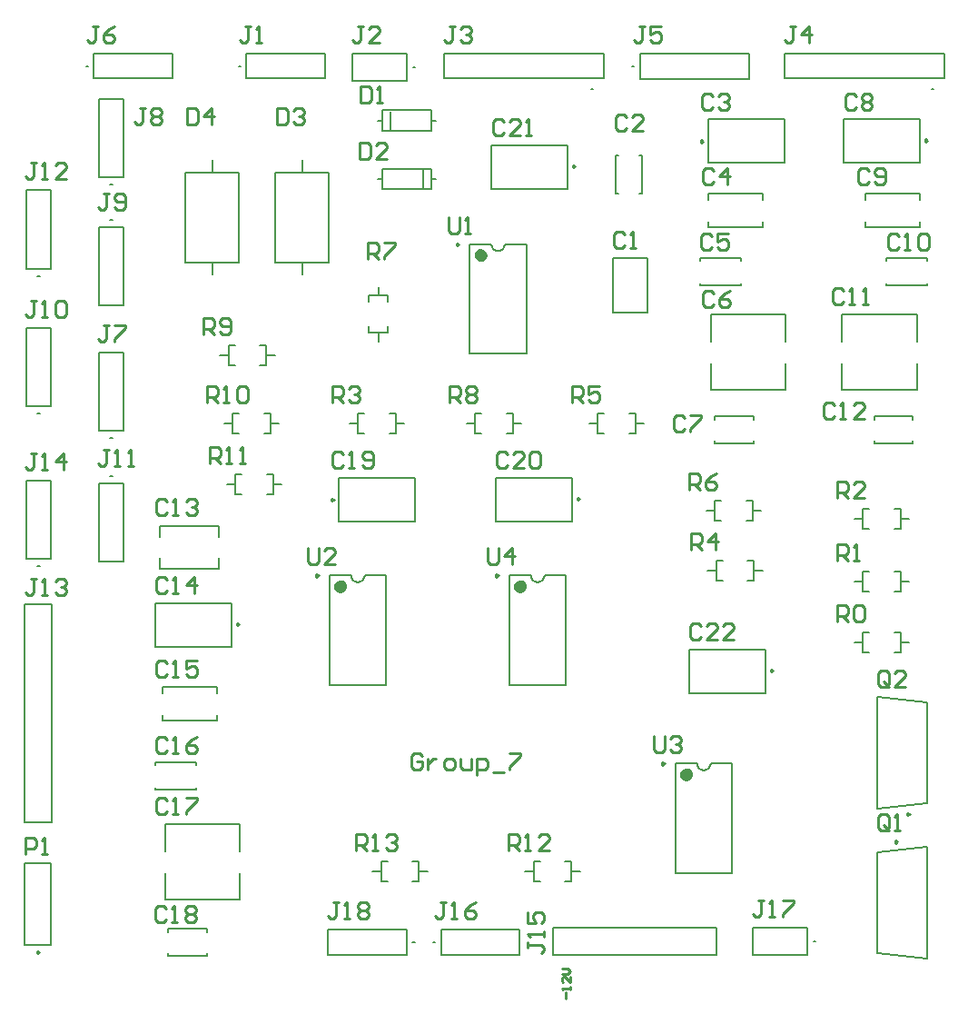
<source format=gto>
G04*
G04 #@! TF.GenerationSoftware,Altium Limited,Altium Designer,22.4.2 (48)*
G04*
G04 Layer_Color=65535*
%FSLAX25Y25*%
%MOIN*%
G70*
G04*
G04 #@! TF.SameCoordinates,BAC31E3D-66FD-4EC8-AF34-655C25E5E96E*
G04*
G04*
G04 #@! TF.FilePolarity,Positive*
G04*
G01*
G75*
%ADD10C,0.00984*%
%ADD11C,0.00787*%
%ADD12C,0.02362*%
%ADD13C,0.00500*%
%ADD14C,0.01000*%
D10*
X343492Y130441D02*
X342754Y130867D01*
Y130015D01*
X343492Y130441D01*
X669618Y428156D02*
X668880Y428582D01*
Y427729D01*
X669618Y428156D01*
X587181Y427844D02*
X586443Y428271D01*
Y427418D01*
X587181Y427844D01*
X445992Y268618D02*
X445254Y269044D01*
Y268192D01*
X445992Y268618D01*
X511992D02*
X511254Y269044D01*
Y268192D01*
X511992Y268618D01*
X540303Y418655D02*
X539565Y419082D01*
Y418229D01*
X540303Y418655D01*
X497492Y390118D02*
X496754Y390544D01*
Y389692D01*
X497492Y390118D01*
X541803Y296656D02*
X541065Y297082D01*
Y296229D01*
X541803Y296656D01*
X451681Y296344D02*
X450943Y296771D01*
Y295918D01*
X451681Y296344D01*
X416799Y250656D02*
X416061Y251082D01*
Y250229D01*
X416799Y250656D01*
X658496Y170941D02*
X657758Y171367D01*
Y170515D01*
X658496Y170941D01*
X612803Y233656D02*
X612065Y234082D01*
Y233229D01*
X612803Y233656D01*
X663024Y181020D02*
X662285Y181446D01*
Y180594D01*
X663024Y181020D01*
X572992Y199618D02*
X572254Y200044D01*
Y199192D01*
X572992Y199618D01*
D11*
X370394Y412039D02*
X369606D01*
X370394D01*
X361433Y455500D02*
X360646D01*
X361433D01*
X458000Y268579D02*
X458190Y267622D01*
X458732Y266811D01*
X459543Y266269D01*
X460500Y266079D01*
X461457Y266269D01*
X462268Y266811D01*
X462810Y267622D01*
X463000Y268579D01*
X524000D02*
X524190Y267622D01*
X524732Y266811D01*
X525543Y266269D01*
X526500Y266079D01*
X527457Y266269D01*
X528268Y266811D01*
X528810Y267622D01*
X529000Y268579D01*
X417433Y455500D02*
X416646D01*
X417433D01*
X481453Y455098D02*
X480665D01*
X481453D01*
X546894Y446965D02*
X546106D01*
X546894D01*
X561835Y455374D02*
X561047D01*
X561835D01*
X671894Y446965D02*
X671106D01*
X671894D01*
X370394Y319039D02*
X369606D01*
X370394D01*
X343681Y328039D02*
X342894D01*
X343681D01*
X370394Y398961D02*
X369606D01*
X370394D01*
Y304961D02*
X369606D01*
X370394D01*
X343681Y378539D02*
X342894D01*
X343681D01*
Y272039D02*
X342894D01*
X343681D01*
X488933Y133972D02*
X488146D01*
X488933D01*
X628453Y134374D02*
X627665D01*
X628453D01*
X481354Y133973D02*
X480567D01*
X481354D01*
X509500Y390079D02*
X509690Y389122D01*
X510232Y388311D01*
X511043Y387769D01*
X512000Y387579D01*
X512957Y387769D01*
X513768Y388311D01*
X514310Y389122D01*
X514500Y390079D01*
X585000Y199579D02*
X585190Y198622D01*
X585732Y197811D01*
X586543Y197269D01*
X587500Y197079D01*
X588457Y197269D01*
X589268Y197811D01*
X589810Y198622D01*
X590000Y199579D01*
X338098Y163000D02*
X347902D01*
X338098Y133000D02*
X347902D01*
Y163000D01*
X338098Y133000D02*
Y163000D01*
X532171Y129301D02*
Y139301D01*
X592171Y129301D02*
Y139301D01*
X532171Y129301D02*
X592171D01*
X532171Y139301D02*
X592171D01*
X338000Y178000D02*
X348000D01*
X338000D02*
Y258000D01*
X348000D01*
Y178000D02*
Y258000D01*
X397059Y383465D02*
Y416535D01*
Y383465D02*
X416941D01*
Y416535D01*
X397059D02*
X416941D01*
X407000Y379055D02*
Y383465D01*
Y416535D02*
Y420945D01*
X401059Y190000D02*
Y190866D01*
X386059Y190000D02*
Y190866D01*
Y199134D02*
Y200000D01*
X401059Y199134D02*
Y200000D01*
X386059Y190000D02*
X401059D01*
X386059Y200000D02*
X401059D01*
X405087Y129079D02*
Y130161D01*
Y137839D02*
Y138921D01*
X390913D02*
X405087D01*
X390913Y129079D02*
Y130161D01*
Y137839D02*
Y138921D01*
Y129079D02*
X405087D01*
X487476Y435500D02*
X489051D01*
X467949D02*
X469524D01*
X472594Y432134D02*
Y438866D01*
X469524Y431740D02*
Y439260D01*
Y431740D02*
X487476D01*
Y439260D01*
X469524D02*
X487476D01*
X591610Y325839D02*
Y326921D01*
Y317079D02*
Y318161D01*
Y317079D02*
X605783D01*
Y325839D02*
Y326921D01*
Y317079D02*
Y318161D01*
X591610Y326921D02*
X605783D01*
X664205Y317079D02*
Y318161D01*
Y325839D02*
Y326921D01*
X650032D02*
X664205D01*
X650032Y317079D02*
Y318161D01*
Y325839D02*
Y326921D01*
Y317079D02*
X664205D01*
X590035Y354535D02*
Y364280D01*
Y336720D02*
Y346465D01*
Y336720D02*
X617595D01*
Y354535D02*
Y364280D01*
Y336720D02*
Y346465D01*
X590035Y364280D02*
X617595D01*
X669559Y375000D02*
Y375866D01*
X654559Y375000D02*
Y375866D01*
Y384134D02*
Y385000D01*
X669559Y384134D02*
Y385000D01*
X654559Y375000D02*
X669559D01*
X654559Y385000D02*
X669559D01*
X589051Y406535D02*
Y408760D01*
Y396240D02*
Y398465D01*
Y396240D02*
X609051D01*
Y406535D02*
Y408760D01*
Y396240D02*
Y398465D01*
X589051Y408760D02*
X609051D01*
X586256Y384134D02*
Y385000D01*
X601256Y384134D02*
Y385000D01*
Y375000D02*
Y375866D01*
X586256Y375000D02*
Y375866D01*
Y385000D02*
X601256D01*
X586256Y375000D02*
X601256D01*
X666764Y396240D02*
Y398465D01*
Y406535D02*
Y408760D01*
X646764D02*
X666764D01*
X646764Y396240D02*
Y398465D01*
Y406535D02*
Y408760D01*
Y396240D02*
X666764D01*
X638819Y419988D02*
X666811D01*
X638819Y436012D02*
X666811D01*
Y419988D02*
Y436012D01*
X638819Y419988D02*
Y436012D01*
X665780Y336720D02*
Y346465D01*
Y354535D02*
Y364280D01*
X638220D02*
X665780D01*
X638220Y336720D02*
Y346465D01*
Y354535D02*
Y364280D01*
Y336720D02*
X665780D01*
X589004Y436012D02*
X616996D01*
X589004Y419988D02*
X616996D01*
X589004D02*
Y436012D01*
X616996Y419988D02*
Y436012D01*
X450067Y228421D02*
Y268579D01*
X470933Y228421D02*
Y268579D01*
X450067D02*
X458000D01*
X463000D02*
X470933D01*
X450067Y228421D02*
X470933D01*
X516067D02*
Y268579D01*
X536933Y228421D02*
Y268579D01*
X516067D02*
X524000D01*
X529000D02*
X536933D01*
X516067Y228421D02*
X536933D01*
X409327Y271126D02*
Y275161D01*
Y282839D02*
Y286874D01*
X387673D02*
X409327D01*
X387673Y271126D02*
Y275161D01*
Y282839D02*
Y286874D01*
Y271126D02*
X409327D01*
X467949Y414000D02*
X469524D01*
X487476D02*
X489051D01*
X484406Y410634D02*
Y417366D01*
X487476Y410240D02*
Y417760D01*
X469524D02*
X487476D01*
X469524Y410240D02*
Y417760D01*
Y410240D02*
X487476D01*
X554250Y385000D02*
X566750D01*
X554250Y365000D02*
Y385000D01*
Y365000D02*
X566750D01*
Y385000D01*
X509504Y410488D02*
X537496D01*
X509504Y426512D02*
X537496D01*
Y410488D02*
Y426512D01*
X509504Y410488D02*
Y426512D01*
X563839Y422744D02*
X564921D01*
X555079D02*
X556161D01*
X555079Y408571D02*
Y422744D01*
X563839Y408571D02*
X564921D01*
X555079D02*
X556161D01*
X564921D02*
Y422744D01*
X501567Y349921D02*
Y390079D01*
X522433Y349921D02*
Y390079D01*
X501567D02*
X509500D01*
X514500D02*
X522433D01*
X501567Y349921D02*
X522433D01*
X440000Y379055D02*
Y383465D01*
Y416535D02*
Y420945D01*
X430059Y383465D02*
X449941D01*
X430059D02*
Y416535D01*
X449941D01*
Y383465D02*
Y416535D01*
X511004Y288488D02*
X538996D01*
X511004Y304512D02*
X538996D01*
Y288488D02*
Y304512D01*
X511004Y288488D02*
Y304512D01*
X453504D02*
X481496D01*
X453504Y288488D02*
X481496D01*
X453504D02*
Y304512D01*
X481496Y288488D02*
Y304512D01*
X386000Y242488D02*
X413992D01*
X386000Y258512D02*
X413992D01*
Y242488D02*
Y258512D01*
X386000Y242488D02*
Y258512D01*
X408854Y215240D02*
Y217465D01*
Y225535D02*
Y227760D01*
X388854D02*
X408854D01*
X388854Y215240D02*
Y217465D01*
Y225535D02*
Y227760D01*
Y215240D02*
X408854D01*
X417279Y149720D02*
Y159465D01*
Y167535D02*
Y177280D01*
X389720D02*
X417279D01*
X389720Y149720D02*
Y159465D01*
Y167535D02*
Y177280D01*
Y149720D02*
X417279D01*
X651213Y129996D02*
Y167004D01*
Y129996D02*
X669323Y128028D01*
X651213Y167004D02*
X669323Y168972D01*
Y128028D02*
Y168972D01*
X582004Y225488D02*
X609996D01*
X582004Y241512D02*
X609996D01*
Y225488D02*
Y241512D01*
X582004Y225488D02*
Y241512D01*
X669323Y184957D02*
Y221965D01*
X651213Y223933D02*
X669323Y221965D01*
X651213Y182988D02*
X669323Y184957D01*
X651213Y182988D02*
Y223933D01*
X577067Y159421D02*
Y199579D01*
X597933Y159421D02*
Y199579D01*
X577067D02*
X585000D01*
X590000D02*
X597933D01*
X577067Y159421D02*
X597933D01*
D12*
X455185Y264642D02*
X454740Y265565D01*
X453741Y265793D01*
X452940Y265154D01*
Y264129D01*
X453741Y263490D01*
X454740Y263718D01*
X455185Y264642D01*
X521185D02*
X520740Y265565D01*
X519741Y265793D01*
X518940Y265154D01*
Y264129D01*
X519741Y263490D01*
X520740Y263718D01*
X521185Y264642D01*
X506685Y386142D02*
X506240Y387065D01*
X505241Y387293D01*
X504440Y386654D01*
Y385629D01*
X505241Y384990D01*
X506240Y385218D01*
X506685Y386142D01*
X582185Y195642D02*
X581740Y196565D01*
X580741Y196793D01*
X579940Y196154D01*
Y195129D01*
X580741Y194490D01*
X581740Y194718D01*
X582185Y195642D01*
D13*
X374598Y414598D02*
Y443402D01*
X365402Y414598D02*
Y443402D01*
X374598D01*
X365402Y414598D02*
X374598D01*
X363598Y450902D02*
X392402D01*
X363598Y460098D02*
X392402D01*
Y450902D02*
Y460098D01*
X363598Y450902D02*
Y460098D01*
X419598Y450902D02*
X448402D01*
X419598Y460098D02*
X448402D01*
Y450902D02*
Y460098D01*
X419598Y450902D02*
Y460098D01*
X478500Y450098D02*
Y460098D01*
X458500Y450098D02*
Y460098D01*
Y450098D02*
X478500D01*
X458500Y460098D02*
X478500D01*
X550701Y450902D02*
Y460098D01*
X492299Y450902D02*
X550701D01*
X492299D02*
Y460098D01*
X550701D01*
X564000Y450650D02*
Y460098D01*
X604000Y450650D02*
Y460098D01*
X564000D02*
X604000D01*
X564000Y450650D02*
X604000D01*
X675701Y450902D02*
Y460098D01*
X617299Y450902D02*
X675701D01*
X617299D02*
Y460098D01*
X675701D01*
X645878Y247642D02*
X648161D01*
X645878Y244000D02*
Y247642D01*
Y240358D02*
Y244000D01*
Y240358D02*
X648161D01*
X642728Y244000D02*
X645878D01*
X659657D02*
Y247642D01*
Y240358D02*
Y244000D01*
X657374Y247642D02*
X659657D01*
X657374Y240358D02*
X659657D01*
Y244000D02*
X662807D01*
X645878Y270142D02*
X648161D01*
X645878Y266500D02*
Y270142D01*
Y262858D02*
Y266500D01*
Y262858D02*
X648161D01*
X642728Y266500D02*
X645878D01*
X659657D02*
Y270142D01*
Y262858D02*
Y266500D01*
X657374Y270142D02*
X659657D01*
X657374Y262858D02*
X659657D01*
Y266500D02*
X662807D01*
X657374Y285858D02*
X659657D01*
Y289500D01*
Y293142D01*
X657374D02*
X659657D01*
Y289500D02*
X662807D01*
X645878Y285858D02*
Y289500D01*
Y293142D01*
Y285858D02*
X648161D01*
X645878Y293142D02*
X648161D01*
X642728Y289500D02*
X645878D01*
X460610Y328142D02*
X462894D01*
X460610Y324500D02*
Y328142D01*
Y320858D02*
Y324500D01*
Y320858D02*
X462894D01*
X457461Y324500D02*
X460610D01*
X474390D02*
Y328142D01*
Y320858D02*
Y324500D01*
X472106Y328142D02*
X474390D01*
X472106Y320858D02*
X474390D01*
Y324500D02*
X477539D01*
X592110Y274142D02*
X594394D01*
X592110Y270500D02*
Y274142D01*
Y266858D02*
Y270500D01*
Y266858D02*
X594394D01*
X588961Y270500D02*
X592110D01*
X605890D02*
Y274142D01*
Y266858D02*
Y270500D01*
X603606Y274142D02*
X605890D01*
X603606Y266858D02*
X605890D01*
Y270500D02*
X609039D01*
X560106Y320858D02*
X562390D01*
Y324500D01*
Y328142D01*
X560106D02*
X562390D01*
Y324500D02*
X565539D01*
X548610Y320858D02*
Y324500D01*
Y328142D01*
Y320858D02*
X550894D01*
X548610Y328142D02*
X550894D01*
X545461Y324500D02*
X548610D01*
X603106Y288858D02*
X605390D01*
Y292500D01*
Y296142D01*
X603106D02*
X605390D01*
Y292500D02*
X608539D01*
X591610Y288858D02*
Y292500D01*
Y296142D01*
Y288858D02*
X593894D01*
X591610Y296142D02*
X593894D01*
X588461Y292500D02*
X591610D01*
X471642Y369106D02*
Y371390D01*
X468000D02*
X471642D01*
X464358D02*
X468000D01*
X464358Y369106D02*
Y371390D01*
X468000D02*
Y374539D01*
Y357610D02*
X471642D01*
X464358D02*
X468000D01*
X471642D02*
Y359894D01*
X464358Y357610D02*
Y359894D01*
X468000Y354461D02*
Y357610D01*
X374598Y321598D02*
Y350402D01*
X365402Y321598D02*
Y350402D01*
X374598D01*
X365402Y321598D02*
X374598D01*
X515106Y320858D02*
X517390D01*
Y324500D01*
Y328142D01*
X515106D02*
X517390D01*
Y324500D02*
X520539D01*
X503610Y320858D02*
Y324500D01*
Y328142D01*
Y320858D02*
X505894D01*
X503610Y328142D02*
X505894D01*
X500461Y324500D02*
X503610D01*
X424606Y345858D02*
X426890D01*
Y349500D01*
Y353142D01*
X424606D02*
X426890D01*
Y349500D02*
X430039D01*
X413110Y345858D02*
Y349500D01*
Y353142D01*
Y345858D02*
X415394D01*
X413110Y353142D02*
X415394D01*
X409961Y349500D02*
X413110D01*
X347886Y330598D02*
Y359402D01*
X338689Y330598D02*
Y359402D01*
X347886D01*
X338689Y330598D02*
X347886D01*
X365402Y367598D02*
Y396402D01*
X374598Y367598D02*
Y396402D01*
X365402Y367598D02*
X374598D01*
X365402Y396402D02*
X374598D01*
X365402Y273598D02*
Y302402D01*
X374598Y273598D02*
Y302402D01*
X365402Y273598D02*
X374598D01*
X365402Y302402D02*
X374598D01*
X426106Y320858D02*
X428390D01*
Y324500D01*
Y328142D01*
X426106D02*
X428390D01*
Y324500D02*
X431539D01*
X414610Y320858D02*
Y324500D01*
Y328142D01*
Y320858D02*
X416894D01*
X414610Y328142D02*
X416894D01*
X411461Y324500D02*
X414610D01*
X415610Y305642D02*
X417894D01*
X415610Y302000D02*
Y305642D01*
Y298358D02*
Y302000D01*
Y298358D02*
X417894D01*
X412461Y302000D02*
X415610D01*
X429390D02*
Y305642D01*
Y298358D02*
Y302000D01*
X427106Y305642D02*
X429390D01*
X427106Y298358D02*
X429390D01*
Y302000D02*
X432539D01*
X347886Y381098D02*
Y409902D01*
X338689Y381098D02*
Y409902D01*
X347886D01*
X338689Y381098D02*
X347886D01*
Y274598D02*
Y303402D01*
X338689Y274598D02*
Y303402D01*
X347886D01*
X338689Y274598D02*
X347886D01*
X491098Y129374D02*
X519902D01*
X491098Y138571D02*
X519902D01*
Y129374D02*
Y138571D01*
X491098Y129374D02*
Y138571D01*
X536606Y156358D02*
X538890D01*
Y160000D01*
Y163642D01*
X536606D02*
X538890D01*
Y160000D02*
X542039D01*
X525110Y156358D02*
Y160000D01*
Y163642D01*
Y156358D02*
X527394D01*
X525110Y163642D02*
X527394D01*
X521961Y160000D02*
X525110D01*
X625500Y129374D02*
Y139374D01*
X605500Y129374D02*
Y139374D01*
Y129374D02*
X625500D01*
X605500Y139374D02*
X625500D01*
X480606Y156358D02*
X482890D01*
Y160000D01*
Y163642D01*
X480606D02*
X482890D01*
Y160000D02*
X486039D01*
X469110Y156358D02*
Y160000D01*
Y163642D01*
Y156358D02*
X471394D01*
X469110Y163642D02*
X471394D01*
X465961Y160000D02*
X469110D01*
X449598Y138571D02*
X478402D01*
X449598Y129374D02*
X478402D01*
X449598D02*
Y138571D01*
X478402Y129374D02*
Y138571D01*
D14*
X536926Y113500D02*
Y115599D01*
X538500Y116649D02*
Y117698D01*
Y117173D01*
X535351D01*
X535876Y116649D01*
X538500Y121371D02*
Y119272D01*
X536401Y121371D01*
X535876D01*
X535351Y120847D01*
Y119797D01*
X535876Y119272D01*
X535351Y122421D02*
X537451D01*
X538500Y123470D01*
X537451Y124520D01*
X535351D01*
X483999Y202498D02*
X482999Y203497D01*
X481000D01*
X480000Y202498D01*
Y198499D01*
X481000Y197499D01*
X482999D01*
X483999Y198499D01*
Y200498D01*
X481999D01*
X485998Y201498D02*
Y197499D01*
Y199499D01*
X486998Y200498D01*
X487997Y201498D01*
X488997D01*
X492996Y197499D02*
X494995D01*
X495995Y198499D01*
Y200498D01*
X494995Y201498D01*
X492996D01*
X491996Y200498D01*
Y198499D01*
X492996Y197499D01*
X497994Y201498D02*
Y198499D01*
X498994Y197499D01*
X501993D01*
Y201498D01*
X503992Y195500D02*
Y201498D01*
X506991D01*
X507991Y200498D01*
Y198499D01*
X506991Y197499D01*
X503992D01*
X509990Y196500D02*
X513989D01*
X515988Y203497D02*
X519987D01*
Y202498D01*
X515988Y198499D01*
Y197499D01*
X522823Y133950D02*
Y131950D01*
Y132950D01*
X527822D01*
X528821Y131950D01*
Y130951D01*
X527822Y129951D01*
X528821Y135949D02*
Y137949D01*
Y136949D01*
X522823D01*
X523823Y135949D01*
X522823Y144946D02*
Y140947D01*
X525822D01*
X524823Y142947D01*
Y143947D01*
X525822Y144946D01*
X527822D01*
X528821Y143947D01*
Y141947D01*
X527822Y140947D01*
X459700Y167700D02*
Y173698D01*
X462699D01*
X463699Y172698D01*
Y170699D01*
X462699Y169699D01*
X459700D01*
X461699D02*
X463699Y167700D01*
X465698D02*
X467697D01*
X466698D01*
Y173698D01*
X465698Y172698D01*
X470696D02*
X471696Y173698D01*
X473696D01*
X474695Y172698D01*
Y171699D01*
X473696Y170699D01*
X472696D01*
X473696D01*
X474695Y169699D01*
Y168700D01*
X473696Y167700D01*
X471696D01*
X470696Y168700D01*
X515700Y167700D02*
Y173698D01*
X518699D01*
X519699Y172698D01*
Y170699D01*
X518699Y169699D01*
X515700D01*
X517699D02*
X519699Y167700D01*
X521698D02*
X523697D01*
X522698D01*
Y173698D01*
X521698Y172698D01*
X530695Y167700D02*
X526696D01*
X530695Y171699D01*
Y172698D01*
X529696Y173698D01*
X527696D01*
X526696Y172698D01*
X406200Y309700D02*
Y315698D01*
X409199D01*
X410199Y314698D01*
Y312699D01*
X409199Y311699D01*
X406200D01*
X408199D02*
X410199Y309700D01*
X412198D02*
X414197D01*
X413198D01*
Y315698D01*
X412198Y314698D01*
X417196Y309700D02*
X419196D01*
X418196D01*
Y315698D01*
X417196Y314698D01*
X405200Y332200D02*
Y338198D01*
X408199D01*
X409199Y337198D01*
Y335199D01*
X408199Y334199D01*
X405200D01*
X407199D02*
X409199Y332200D01*
X411198D02*
X413197D01*
X412198D01*
Y338198D01*
X411198Y337198D01*
X416196D02*
X417196Y338198D01*
X419196D01*
X420195Y337198D01*
Y333200D01*
X419196Y332200D01*
X417196D01*
X416196Y333200D01*
Y337198D01*
X403700Y357200D02*
Y363198D01*
X406699D01*
X407699Y362198D01*
Y360199D01*
X406699Y359199D01*
X403700D01*
X405699D02*
X407699Y357200D01*
X409698Y358200D02*
X410698Y357200D01*
X412697D01*
X413697Y358200D01*
Y362198D01*
X412697Y363198D01*
X410698D01*
X409698Y362198D01*
Y361199D01*
X410698Y360199D01*
X413697D01*
X494200Y332200D02*
Y338198D01*
X497199D01*
X498199Y337198D01*
Y335199D01*
X497199Y334199D01*
X494200D01*
X496199D02*
X498199Y332200D01*
X500198Y337198D02*
X501198Y338198D01*
X503197D01*
X504197Y337198D01*
Y336199D01*
X503197Y335199D01*
X504197Y334199D01*
Y333200D01*
X503197Y332200D01*
X501198D01*
X500198Y333200D01*
Y334199D01*
X501198Y335199D01*
X500198Y336199D01*
Y337198D01*
X501198Y335199D02*
X503197D01*
X464300Y384800D02*
Y390798D01*
X467299D01*
X468299Y389798D01*
Y387799D01*
X467299Y386799D01*
X464300D01*
X466299D02*
X468299Y384800D01*
X470298Y390798D02*
X474297D01*
Y389798D01*
X470298Y385800D01*
Y384800D01*
X582200Y300200D02*
Y306198D01*
X585199D01*
X586199Y305198D01*
Y303199D01*
X585199Y302199D01*
X582200D01*
X584199D02*
X586199Y300200D01*
X592197Y306198D02*
X590197Y305198D01*
X588198Y303199D01*
Y301200D01*
X589198Y300200D01*
X591197D01*
X592197Y301200D01*
Y302199D01*
X591197Y303199D01*
X588198D01*
X539200Y332200D02*
Y338198D01*
X542199D01*
X543199Y337198D01*
Y335199D01*
X542199Y334199D01*
X539200D01*
X541199D02*
X543199Y332200D01*
X549197Y338198D02*
X545198D01*
Y335199D01*
X547197Y336199D01*
X548197D01*
X549197Y335199D01*
Y333200D01*
X548197Y332200D01*
X546198D01*
X545198Y333200D01*
X582700Y278200D02*
Y284198D01*
X585699D01*
X586699Y283198D01*
Y281199D01*
X585699Y280199D01*
X582700D01*
X584699D02*
X586699Y278200D01*
X591697D02*
Y284198D01*
X588698Y281199D01*
X592697D01*
X451200Y332200D02*
Y338198D01*
X454199D01*
X455199Y337198D01*
Y335199D01*
X454199Y334199D01*
X451200D01*
X453199D02*
X455199Y332200D01*
X457198Y337198D02*
X458198Y338198D01*
X460197D01*
X461197Y337198D01*
Y336199D01*
X460197Y335199D01*
X459197D01*
X460197D01*
X461197Y334199D01*
Y333200D01*
X460197Y332200D01*
X458198D01*
X457198Y333200D01*
X636468Y297200D02*
Y303198D01*
X639467D01*
X640466Y302198D01*
Y300199D01*
X639467Y299199D01*
X636468D01*
X638467D02*
X640466Y297200D01*
X646464D02*
X642466D01*
X646464Y301199D01*
Y302198D01*
X645465Y303198D01*
X643466D01*
X642466Y302198D01*
X636468Y274200D02*
Y280198D01*
X639467D01*
X640466Y279198D01*
Y277199D01*
X639467Y276199D01*
X636468D01*
X638467D02*
X640466Y274200D01*
X642466D02*
X644465D01*
X643466D01*
Y280198D01*
X642466Y279198D01*
X636468Y251700D02*
Y257698D01*
X639467D01*
X640466Y256698D01*
Y254699D01*
X639467Y253699D01*
X636468D01*
X638467D02*
X640466Y251700D01*
X642466Y256698D02*
X643466Y257698D01*
X645465D01*
X646464Y256698D01*
Y252700D01*
X645465Y251700D01*
X643466D01*
X642466Y252700D01*
Y256698D01*
X453499Y148698D02*
X451499D01*
X452499D01*
Y143700D01*
X451499Y142700D01*
X450500D01*
X449500Y143700D01*
X455498Y142700D02*
X457497D01*
X456498D01*
Y148698D01*
X455498Y147698D01*
X460496D02*
X461496Y148698D01*
X463495D01*
X464495Y147698D01*
Y146699D01*
X463495Y145699D01*
X464495Y144699D01*
Y143700D01*
X463495Y142700D01*
X461496D01*
X460496Y143700D01*
Y144699D01*
X461496Y145699D01*
X460496Y146699D01*
Y147698D01*
X461496Y145699D02*
X463495D01*
X609399Y149498D02*
X607399D01*
X608399D01*
Y144500D01*
X607399Y143500D01*
X606400D01*
X605400Y144500D01*
X611398Y143500D02*
X613397D01*
X612398D01*
Y149498D01*
X611398Y148498D01*
X616396Y149498D02*
X620395D01*
Y148498D01*
X616396Y144500D01*
Y143500D01*
X492799Y148698D02*
X490799D01*
X491799D01*
Y143700D01*
X490799Y142700D01*
X489800D01*
X488800Y143700D01*
X494798Y142700D02*
X496797D01*
X495798D01*
Y148698D01*
X494798Y147698D01*
X503795Y148698D02*
X501796Y147698D01*
X499796Y145699D01*
Y143700D01*
X500796Y142700D01*
X502796D01*
X503795Y143700D01*
Y144699D01*
X502796Y145699D01*
X499796D01*
X342586Y313498D02*
X340587D01*
X341586D01*
Y308500D01*
X340587Y307500D01*
X339587D01*
X338587Y308500D01*
X344585Y307500D02*
X346585D01*
X345585D01*
Y313498D01*
X344585Y312498D01*
X352583Y307500D02*
Y313498D01*
X349584Y310499D01*
X353583D01*
X342599Y267398D02*
X340599D01*
X341599D01*
Y262400D01*
X340599Y261400D01*
X339600D01*
X338600Y262400D01*
X344598Y261400D02*
X346597D01*
X345598D01*
Y267398D01*
X344598Y266398D01*
X349596D02*
X350596Y267398D01*
X352595D01*
X353595Y266398D01*
Y265399D01*
X352595Y264399D01*
X351596D01*
X352595D01*
X353595Y263399D01*
Y262400D01*
X352595Y261400D01*
X350596D01*
X349596Y262400D01*
X342586Y419998D02*
X340587D01*
X341586D01*
Y415000D01*
X340587Y414000D01*
X339587D01*
X338587Y415000D01*
X344585Y414000D02*
X346585D01*
X345585D01*
Y419998D01*
X344585Y418998D01*
X353583Y414000D02*
X349584D01*
X353583Y417999D01*
Y418998D01*
X352583Y419998D01*
X350584D01*
X349584Y418998D01*
X369299Y314698D02*
X367299D01*
X368299D01*
Y309700D01*
X367299Y308700D01*
X366300D01*
X365300Y309700D01*
X371298Y308700D02*
X373297D01*
X372298D01*
Y314698D01*
X371298Y313698D01*
X376296Y308700D02*
X378296D01*
X377296D01*
Y314698D01*
X376296Y313698D01*
X342586Y369498D02*
X340587D01*
X341586D01*
Y364500D01*
X340587Y363500D01*
X339587D01*
X338587Y364500D01*
X344585Y363500D02*
X346585D01*
X345585D01*
Y369498D01*
X344585Y368498D01*
X349584D02*
X350584Y369498D01*
X352583D01*
X353583Y368498D01*
Y364500D01*
X352583Y363500D01*
X350584D01*
X349584Y364500D01*
Y368498D01*
X369299Y408698D02*
X367299D01*
X368299D01*
Y403700D01*
X367299Y402700D01*
X366300D01*
X365300Y403700D01*
X371298D02*
X372298Y402700D01*
X374297D01*
X375297Y403700D01*
Y407698D01*
X374297Y408698D01*
X372298D01*
X371298Y407698D01*
Y406699D01*
X372298Y405699D01*
X375297D01*
X382500Y439999D02*
X380501D01*
X381501D01*
Y435001D01*
X380501Y434001D01*
X379501D01*
X378502Y435001D01*
X384500Y438999D02*
X385499Y439999D01*
X387499D01*
X388498Y438999D01*
Y438000D01*
X387499Y437000D01*
X388498Y436000D01*
Y435001D01*
X387499Y434001D01*
X385499D01*
X384500Y435001D01*
Y436000D01*
X385499Y437000D01*
X384500Y438000D01*
Y438999D01*
X385499Y437000D02*
X387499D01*
X369299Y360498D02*
X367299D01*
X368299D01*
Y355500D01*
X367299Y354500D01*
X366300D01*
X365300Y355500D01*
X371298Y360498D02*
X375297D01*
Y359498D01*
X371298Y355500D01*
Y354500D01*
X365299Y470198D02*
X363299D01*
X364299D01*
Y465200D01*
X363299Y464200D01*
X362300D01*
X361300Y465200D01*
X371297Y470198D02*
X369297Y469198D01*
X367298Y467199D01*
Y465200D01*
X368298Y464200D01*
X370297D01*
X371297Y465200D01*
Y466199D01*
X370297Y467199D01*
X367298D01*
X565699Y470198D02*
X563699D01*
X564699D01*
Y465200D01*
X563699Y464200D01*
X562700D01*
X561700Y465200D01*
X571697Y470198D02*
X567698D01*
Y467199D01*
X569697Y468199D01*
X570697D01*
X571697Y467199D01*
Y465200D01*
X570697Y464200D01*
X568698D01*
X567698Y465200D01*
X621199Y470198D02*
X619199D01*
X620199D01*
Y465200D01*
X619199Y464200D01*
X618200D01*
X617200Y465200D01*
X626197Y464200D02*
Y470198D01*
X623198Y467199D01*
X627197D01*
X496199Y470198D02*
X494199D01*
X495199D01*
Y465200D01*
X494199Y464200D01*
X493200D01*
X492200Y465200D01*
X498198Y469198D02*
X499198Y470198D01*
X501197D01*
X502197Y469198D01*
Y468199D01*
X501197Y467199D01*
X500197D01*
X501197D01*
X502197Y466199D01*
Y465200D01*
X501197Y464200D01*
X499198D01*
X498198Y465200D01*
X462399Y470198D02*
X460399D01*
X461399D01*
Y465200D01*
X460399Y464200D01*
X459400D01*
X458400Y465200D01*
X468397Y464200D02*
X464398D01*
X468397Y468199D01*
Y469198D01*
X467397Y470198D01*
X465398D01*
X464398Y469198D01*
X421299Y470198D02*
X419299D01*
X420299D01*
Y465200D01*
X419299Y464200D01*
X418300D01*
X417300Y465200D01*
X423298Y464200D02*
X425297D01*
X424298D01*
Y470198D01*
X423298Y469198D01*
X508300Y278698D02*
Y273700D01*
X509300Y272700D01*
X511299D01*
X512299Y273700D01*
Y278698D01*
X517297Y272700D02*
Y278698D01*
X514298Y275699D01*
X518297D01*
X569300Y209698D02*
Y204700D01*
X570300Y203700D01*
X572299D01*
X573299Y204700D01*
Y209698D01*
X575298Y208698D02*
X576298Y209698D01*
X578297D01*
X579297Y208698D01*
Y207699D01*
X578297Y206699D01*
X577297D01*
X578297D01*
X579297Y205699D01*
Y204700D01*
X578297Y203700D01*
X576298D01*
X575298Y204700D01*
X442300Y278698D02*
Y273700D01*
X443300Y272700D01*
X445299D01*
X446299Y273700D01*
Y278698D01*
X452297Y272700D02*
X448298D01*
X452297Y276699D01*
Y277698D01*
X451297Y278698D01*
X449298D01*
X448298Y277698D01*
X493800Y400198D02*
Y395200D01*
X494800Y394200D01*
X496799D01*
X497799Y395200D01*
Y400198D01*
X499798Y394200D02*
X501797D01*
X500798D01*
Y400198D01*
X499798Y399198D01*
X655458Y228700D02*
Y232698D01*
X654459Y233698D01*
X652459D01*
X651460Y232698D01*
Y228700D01*
X652459Y227700D01*
X654459D01*
X653459Y229699D02*
X655458Y227700D01*
X654459D02*
X655458Y228700D01*
X661456Y227700D02*
X657457D01*
X661456Y231699D01*
Y232698D01*
X660457Y233698D01*
X658457D01*
X657457Y232698D01*
X655375Y175900D02*
Y179898D01*
X654375Y180898D01*
X652376D01*
X651376Y179898D01*
Y175900D01*
X652376Y174900D01*
X654375D01*
X653375Y176899D02*
X655375Y174900D01*
X654375D02*
X655375Y175900D01*
X657374Y174900D02*
X659373D01*
X658374D01*
Y180898D01*
X657374Y179898D01*
X338600Y166500D02*
Y172498D01*
X341599D01*
X342599Y171498D01*
Y169499D01*
X341599Y168499D01*
X338600D01*
X344598Y166500D02*
X346597D01*
X345598D01*
Y172498D01*
X344598Y171498D01*
X397700Y439998D02*
Y434000D01*
X400699D01*
X401699Y435000D01*
Y438998D01*
X400699Y439998D01*
X397700D01*
X406697Y434000D02*
Y439998D01*
X403698Y436999D01*
X407697D01*
X430700Y439998D02*
Y434000D01*
X433699D01*
X434699Y435000D01*
Y438998D01*
X433699Y439998D01*
X430700D01*
X436698Y438998D02*
X437698Y439998D01*
X439697D01*
X440697Y438998D01*
Y437999D01*
X439697Y436999D01*
X438697D01*
X439697D01*
X440697Y435999D01*
Y435000D01*
X439697Y434000D01*
X437698D01*
X436698Y435000D01*
X461300Y427498D02*
Y421500D01*
X464299D01*
X465299Y422500D01*
Y426498D01*
X464299Y427498D01*
X461300D01*
X471297Y421500D02*
X467298D01*
X471297Y425499D01*
Y426498D01*
X470297Y427498D01*
X468298D01*
X467298Y426498D01*
X461501Y447999D02*
Y442001D01*
X464500D01*
X465500Y443001D01*
Y446999D01*
X464500Y447999D01*
X461501D01*
X467499Y442001D02*
X469499D01*
X468499D01*
Y447999D01*
X467499Y446999D01*
X586499Y249998D02*
X585499Y250998D01*
X583500D01*
X582500Y249998D01*
Y246000D01*
X583500Y245000D01*
X585499D01*
X586499Y246000D01*
X592497Y245000D02*
X588498D01*
X592497Y248999D01*
Y249998D01*
X591497Y250998D01*
X589498D01*
X588498Y249998D01*
X598495Y245000D02*
X594496D01*
X598495Y248999D01*
Y249998D01*
X597495Y250998D01*
X595496D01*
X594496Y249998D01*
X513999Y434998D02*
X512999Y435998D01*
X511000D01*
X510000Y434998D01*
Y431000D01*
X511000Y430000D01*
X512999D01*
X513999Y431000D01*
X519997Y430000D02*
X515998D01*
X519997Y433999D01*
Y434998D01*
X518997Y435998D01*
X516998D01*
X515998Y434998D01*
X521996Y430000D02*
X523995D01*
X522996D01*
Y435998D01*
X521996Y434998D01*
X515499Y312998D02*
X514499Y313998D01*
X512500D01*
X511500Y312998D01*
Y309000D01*
X512500Y308000D01*
X514499D01*
X515499Y309000D01*
X521497Y308000D02*
X517498D01*
X521497Y311999D01*
Y312998D01*
X520497Y313998D01*
X518498D01*
X517498Y312998D01*
X523496D02*
X524496Y313998D01*
X526495D01*
X527495Y312998D01*
Y309000D01*
X526495Y308000D01*
X524496D01*
X523496Y309000D01*
Y312998D01*
X455199D02*
X454199Y313998D01*
X452200D01*
X451200Y312998D01*
Y309000D01*
X452200Y308000D01*
X454199D01*
X455199Y309000D01*
X457198Y308000D02*
X459197D01*
X458198D01*
Y313998D01*
X457198Y312998D01*
X462196Y309000D02*
X463196Y308000D01*
X465196D01*
X466195Y309000D01*
Y312998D01*
X465196Y313998D01*
X463196D01*
X462196Y312998D01*
Y311999D01*
X463196Y310999D01*
X466195D01*
X390001Y146499D02*
X389001Y147499D01*
X387002D01*
X386002Y146499D01*
Y142501D01*
X387002Y141501D01*
X389001D01*
X390001Y142501D01*
X392001Y141501D02*
X394000D01*
X393000D01*
Y147499D01*
X392001Y146499D01*
X396999D02*
X397998Y147499D01*
X399998D01*
X400998Y146499D01*
Y145500D01*
X399998Y144500D01*
X400998Y143500D01*
Y142501D01*
X399998Y141501D01*
X397998D01*
X396999Y142501D01*
Y143500D01*
X397998Y144500D01*
X396999Y145500D01*
Y146499D01*
X397998Y144500D02*
X399998D01*
X390399Y186098D02*
X389399Y187098D01*
X387400D01*
X386400Y186098D01*
Y182100D01*
X387400Y181100D01*
X389399D01*
X390399Y182100D01*
X392398Y181100D02*
X394397D01*
X393398D01*
Y187098D01*
X392398Y186098D01*
X397396Y187098D02*
X401395D01*
Y186098D01*
X397396Y182100D01*
Y181100D01*
X390499Y208498D02*
X389499Y209498D01*
X387500D01*
X386500Y208498D01*
Y204500D01*
X387500Y203500D01*
X389499D01*
X390499Y204500D01*
X392498Y203500D02*
X394497D01*
X393498D01*
Y209498D01*
X392498Y208498D01*
X401495Y209498D02*
X399496Y208498D01*
X397496Y206499D01*
Y204500D01*
X398496Y203500D01*
X400495D01*
X401495Y204500D01*
Y205499D01*
X400495Y206499D01*
X397496D01*
X390499Y236498D02*
X389499Y237498D01*
X387500D01*
X386500Y236498D01*
Y232500D01*
X387500Y231500D01*
X389499D01*
X390499Y232500D01*
X392498Y231500D02*
X394497D01*
X393498D01*
Y237498D01*
X392498Y236498D01*
X401495Y237498D02*
X397496D01*
Y234499D01*
X399496Y235499D01*
X400495D01*
X401495Y234499D01*
Y232500D01*
X400495Y231500D01*
X398496D01*
X397496Y232500D01*
X390499Y266998D02*
X389499Y267998D01*
X387500D01*
X386500Y266998D01*
Y263000D01*
X387500Y262000D01*
X389499D01*
X390499Y263000D01*
X392498Y262000D02*
X394497D01*
X393498D01*
Y267998D01*
X392498Y266998D01*
X400495Y262000D02*
Y267998D01*
X397496Y264999D01*
X401495D01*
X390499Y295698D02*
X389499Y296698D01*
X387500D01*
X386500Y295698D01*
Y291700D01*
X387500Y290700D01*
X389499D01*
X390499Y291700D01*
X392498Y290700D02*
X394497D01*
X393498D01*
Y296698D01*
X392498Y295698D01*
X397496D02*
X398496Y296698D01*
X400495D01*
X401495Y295698D01*
Y294699D01*
X400495Y293699D01*
X399496D01*
X400495D01*
X401495Y292699D01*
Y291700D01*
X400495Y290700D01*
X398496D01*
X397496Y291700D01*
X635501Y330999D02*
X634502Y331999D01*
X632502D01*
X631502Y330999D01*
Y327001D01*
X632502Y326001D01*
X634502D01*
X635501Y327001D01*
X637500Y326001D02*
X639500D01*
X638500D01*
Y331999D01*
X637500Y330999D01*
X646498Y326001D02*
X642499D01*
X646498Y330000D01*
Y330999D01*
X645498Y331999D01*
X643499D01*
X642499Y330999D01*
X638899Y373098D02*
X637899Y374098D01*
X635900D01*
X634900Y373098D01*
Y369100D01*
X635900Y368100D01*
X637899D01*
X638899Y369100D01*
X640898Y368100D02*
X642897D01*
X641898D01*
Y374098D01*
X640898Y373098D01*
X645896Y368100D02*
X647896D01*
X646896D01*
Y374098D01*
X645896Y373098D01*
X659001Y392999D02*
X658002Y393999D01*
X656002D01*
X655002Y392999D01*
Y389001D01*
X656002Y388001D01*
X658002D01*
X659001Y389001D01*
X661000Y388001D02*
X663000D01*
X662000D01*
Y393999D01*
X661000Y392999D01*
X665999D02*
X666998Y393999D01*
X668998D01*
X669998Y392999D01*
Y389001D01*
X668998Y388001D01*
X666998D01*
X665999Y389001D01*
Y392999D01*
X648000Y416999D02*
X647001Y417999D01*
X645001D01*
X644002Y416999D01*
Y413001D01*
X645001Y412001D01*
X647001D01*
X648000Y413001D01*
X650000D02*
X650999Y412001D01*
X652999D01*
X653998Y413001D01*
Y416999D01*
X652999Y417999D01*
X650999D01*
X650000Y416999D01*
Y416000D01*
X650999Y415000D01*
X653998D01*
X643314Y444498D02*
X642314Y445498D01*
X640315D01*
X639315Y444498D01*
Y440500D01*
X640315Y439500D01*
X642314D01*
X643314Y440500D01*
X645313Y444498D02*
X646313Y445498D01*
X648312D01*
X649312Y444498D01*
Y443499D01*
X648312Y442499D01*
X649312Y441499D01*
Y440500D01*
X648312Y439500D01*
X646313D01*
X645313Y440500D01*
Y441499D01*
X646313Y442499D01*
X645313Y443499D01*
Y444498D01*
X646313Y442499D02*
X648312D01*
X580500Y326499D02*
X579501Y327499D01*
X577501D01*
X576502Y326499D01*
Y322501D01*
X577501Y321501D01*
X579501D01*
X580500Y322501D01*
X582500Y327499D02*
X586498D01*
Y326499D01*
X582500Y322501D01*
Y321501D01*
X591000Y371999D02*
X590001Y372999D01*
X588001D01*
X587002Y371999D01*
Y368001D01*
X588001Y367001D01*
X590001D01*
X591000Y368001D01*
X596998Y372999D02*
X594999Y371999D01*
X593000Y370000D01*
Y368001D01*
X593999Y367001D01*
X595999D01*
X596998Y368001D01*
Y369000D01*
X595999Y370000D01*
X593000D01*
X590500Y392999D02*
X589501Y393999D01*
X587501D01*
X586502Y392999D01*
Y389001D01*
X587501Y388001D01*
X589501D01*
X590500Y389001D01*
X596498Y393999D02*
X592500D01*
Y391000D01*
X594499Y392000D01*
X595499D01*
X596498Y391000D01*
Y389001D01*
X595499Y388001D01*
X593499D01*
X592500Y389001D01*
X591000Y416999D02*
X590001Y417999D01*
X588001D01*
X587002Y416999D01*
Y413001D01*
X588001Y412001D01*
X590001D01*
X591000Y413001D01*
X595999Y412001D02*
Y417999D01*
X593000Y415000D01*
X596998D01*
X590699Y444498D02*
X589699Y445498D01*
X587700D01*
X586700Y444498D01*
Y440500D01*
X587700Y439500D01*
X589699D01*
X590699Y440500D01*
X592698Y444498D02*
X593698Y445498D01*
X595697D01*
X596697Y444498D01*
Y443499D01*
X595697Y442499D01*
X594697D01*
X595697D01*
X596697Y441499D01*
Y440500D01*
X595697Y439500D01*
X593698D01*
X592698Y440500D01*
X559299Y436598D02*
X558299Y437598D01*
X556300D01*
X555300Y436598D01*
Y432600D01*
X556300Y431600D01*
X558299D01*
X559299Y432600D01*
X565297Y431600D02*
X561298D01*
X565297Y435599D01*
Y436598D01*
X564297Y437598D01*
X562298D01*
X561298Y436598D01*
X558499Y393798D02*
X557499Y394798D01*
X555500D01*
X554500Y393798D01*
Y389800D01*
X555500Y388800D01*
X557499D01*
X558499Y389800D01*
X560498Y388800D02*
X562497D01*
X561498D01*
Y394798D01*
X560498Y393798D01*
M02*

</source>
